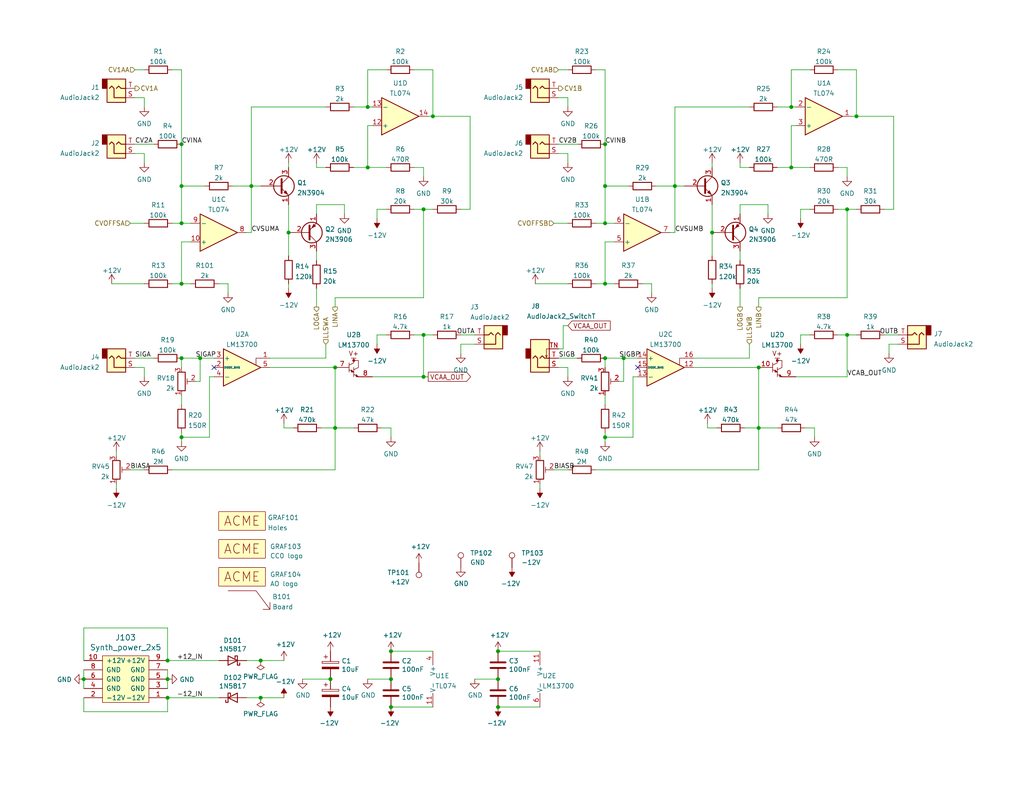
<source format=kicad_sch>
(kicad_sch (version 20230121) (generator eeschema)
  (paper "USLetter")
  (title_block (title "MFOS Dual log/lin VCA") (date "2021-12-19") (company "Rich Holmes / Analog Output") (comment 1 "or neighboring rights to this work. Published from United States.") (comment 2 "To the extent possible under law, Richard Holmes has waived all copyright and related ") (comment 3 "Circuit design by Ray Wilson"))
  (junction (at 100.33 45.72))
  (junction (at 135.89 185.42))
  (junction (at 68.58 50.8))
  (junction (at 106.68 177.8))
  (junction (at 231.14 91.44))
  (junction (at 184.15 50.8))
  (junction (at 91.44 116.84))
  (junction (at 71.12 190.5))
  (junction (at 231.14 57.15))
  (junction (at 71.12 180.34))
  (junction (at 233.68 31.75))
  (junction (at 106.68 185.42))
  (junction (at 115.57 91.44))
  (junction (at 100.33 29.21))
  (junction (at 49.53 39.37))
  (junction (at 165.1 39.37))
  (junction (at 49.53 97.79))
  (junction (at 165.1 119.38))
  (junction (at 49.53 60.96))
  (junction (at 22.86 185.42))
  (junction (at 165.1 77.47))
  (junction (at 49.53 77.47))
  (junction (at 54.61 97.79))
  (junction (at 135.89 193.04))
  (junction (at 118.11 31.75))
  (junction (at 115.57 102.87))
  (junction (at 78.74 63.5))
  (junction (at 49.53 119.38))
  (junction (at 215.9 29.21))
  (junction (at 91.44 100.33))
  (junction (at 115.57 57.15))
  (junction (at 165.1 50.8))
  (junction (at 207.01 116.84))
  (junction (at 90.17 185.42))
  (junction (at 45.72 190.5))
  (junction (at 135.89 177.8))
  (junction (at 165.1 97.79))
  (junction (at 194.31 63.5))
  (junction (at 170.18 97.79))
  (junction (at 165.1 60.96))
  (junction (at 215.9 45.72))
  (junction (at 49.53 50.8))
  (junction (at 106.68 193.04))
  (junction (at 45.72 185.42))
  (junction (at 45.72 180.34))
  (junction (at 207.01 100.33))
  (no_connect (at 58.42 100.33))
  (no_connect (at 173.99 100.33))
  (wire (pts (xy 162.56 60.96) (xy 165.1 60.96)))
  (wire (pts (xy 100.33 19.05) (xy 100.33 29.21)))
  (wire (pts (xy 193.04 116.84) (xy 195.58 116.84)))
  (wire (pts (xy 147.32 177.8) (xy 135.89 177.8)))
  (wire (pts (xy 153.67 88.9) (xy 153.67 95.25)))
  (wire (pts (xy 129.54 185.42) (xy 135.89 185.42)))
  (wire (pts (xy 231.14 57.15) (xy 233.68 57.15)))
  (wire (pts (xy 215.9 34.29) (xy 215.9 45.72)))
  (wire (pts (xy 231.14 102.87) (xy 217.17 102.87)))
  (wire (pts (xy 201.93 71.12) (xy 201.93 68.58)))
  (wire (pts (xy 49.53 120.65) (xy 49.53 119.38)))
  (wire (pts (xy 154.94 26.67) (xy 154.94 29.21)))
  (wire (pts (xy 73.66 97.79) (xy 88.9 97.79)))
  (wire (pts (xy 177.8 77.47) (xy 177.8 80.01)))
  (wire (pts (xy 154.94 100.33) (xy 154.94 102.87)))
  (wire (pts (xy 231.14 91.44) (xy 233.68 91.44)))
  (wire (pts (xy 36.83 41.91) (xy 39.37 41.91)))
  (wire (pts (xy 167.64 77.47) (xy 165.1 77.47)))
  (wire (pts (xy 207.01 81.28) (xy 231.14 81.28)))
  (wire (pts (xy 170.18 104.14) (xy 170.18 97.79)))
  (wire (pts (xy 105.41 19.05) (xy 100.33 19.05)))
  (wire (pts (xy 184.15 63.5) (xy 182.88 63.5)))
  (wire (pts (xy 231.14 81.28) (xy 231.14 57.15)))
  (wire (pts (xy 22.86 190.5) (xy 22.86 194.31)))
  (wire (pts (xy 68.58 50.8) (xy 68.58 63.5)))
  (wire (pts (xy 73.66 100.33) (xy 91.44 100.33)))
  (wire (pts (xy 152.4 19.05) (xy 154.94 19.05)))
  (wire (pts (xy 115.57 57.15) (xy 118.11 57.15)))
  (wire (pts (xy 78.74 69.85) (xy 78.74 63.5)))
  (wire (pts (xy 193.04 115.57) (xy 193.04 116.84)))
  (wire (pts (xy 115.57 81.28) (xy 115.57 57.15)))
  (wire (pts (xy 49.53 66.04) (xy 52.07 66.04)))
  (wire (pts (xy 125.73 93.98) (xy 125.73 96.52)))
  (wire (pts (xy 201.93 44.45) (xy 201.93 45.72)))
  (wire (pts (xy 113.03 19.05) (xy 118.11 19.05)))
  (wire (pts (xy 245.11 91.44) (xy 241.3 91.44)))
  (wire (pts (xy 59.69 77.47) (xy 62.23 77.47)))
  (wire (pts (xy 71.12 180.34) (xy 77.47 180.34)))
  (wire (pts (xy 115.57 91.44) (xy 118.11 91.44)))
  (wire (pts (xy 52.07 77.47) (xy 49.53 77.47)))
  (wire (pts (xy 201.93 45.72) (xy 204.47 45.72)))
  (wire (pts (xy 100.33 45.72) (xy 105.41 45.72)))
  (wire (pts (xy 46.99 128.27) (xy 91.44 128.27)))
  (wire (pts (xy 39.37 41.91) (xy 39.37 44.45)))
  (wire (pts (xy 222.25 116.84) (xy 222.25 119.38)))
  (wire (pts (xy 125.73 57.15) (xy 128.27 57.15)))
  (wire (pts (xy 219.71 116.84) (xy 222.25 116.84)))
  (wire (pts (xy 218.44 91.44) (xy 220.98 91.44)))
  (wire (pts (xy 151.13 128.27) (xy 154.94 128.27)))
  (wire (pts (xy 194.31 45.72) (xy 194.31 44.45)))
  (wire (pts (xy 242.57 93.98) (xy 242.57 96.52)))
  (wire (pts (xy 165.1 119.38) (xy 172.72 119.38)))
  (wire (pts (xy 218.44 91.44) (xy 218.44 93.98)))
  (wire (pts (xy 162.56 77.47) (xy 165.1 77.47)))
  (wire (pts (xy 115.57 102.87) (xy 115.57 91.44)))
  (wire (pts (xy 203.2 116.84) (xy 207.01 116.84)))
  (wire (pts (xy 232.41 31.75) (xy 233.68 31.75)))
  (wire (pts (xy 35.56 60.96) (xy 39.37 60.96)))
  (wire (pts (xy 45.72 190.5) (xy 59.69 190.5)))
  (wire (pts (xy 22.86 180.34) (xy 22.86 171.45)))
  (wire (pts (xy 71.12 50.8) (xy 68.58 50.8)))
  (wire (pts (xy 207.01 116.84) (xy 212.09 116.84)))
  (wire (pts (xy 171.45 50.8) (xy 165.1 50.8)))
  (wire (pts (xy 86.36 71.12) (xy 86.36 68.58)))
  (wire (pts (xy 228.6 19.05) (xy 233.68 19.05)))
  (wire (pts (xy 68.58 29.21) (xy 68.58 50.8)))
  (wire (pts (xy 78.74 63.5) (xy 78.74 55.88)))
  (wire (pts (xy 39.37 26.67) (xy 39.37 29.21)))
  (wire (pts (xy 104.14 116.84) (xy 106.68 116.84)))
  (wire (pts (xy 116.84 102.87) (xy 115.57 102.87)))
  (wire (pts (xy 62.23 77.47) (xy 62.23 80.01)))
  (wire (pts (xy 201.93 58.42) (xy 201.93 55.88)))
  (wire (pts (xy 165.1 39.37) (xy 165.1 50.8)))
  (wire (pts (xy 207.01 128.27) (xy 207.01 116.84)))
  (wire (pts (xy 231.14 102.87) (xy 231.14 91.44)))
  (wire (pts (xy 194.31 63.5) (xy 194.31 55.88)))
  (wire (pts (xy 87.63 116.84) (xy 91.44 116.84)))
  (wire (pts (xy 242.57 93.98) (xy 245.11 93.98)))
  (wire (pts (xy 49.53 60.96) (xy 52.07 60.96)))
  (wire (pts (xy 30.48 77.47) (xy 39.37 77.47)))
  (wire (pts (xy 151.13 60.96) (xy 154.94 60.96)))
  (wire (pts (xy 215.9 29.21) (xy 212.09 29.21)))
  (wire (pts (xy 88.9 97.79) (xy 88.9 93.98)))
  (wire (pts (xy 209.55 55.88) (xy 209.55 58.42)))
  (wire (pts (xy 218.44 59.69) (xy 218.44 57.15)))
  (wire (pts (xy 115.57 102.87) (xy 101.6 102.87)))
  (wire (pts (xy 165.1 120.65) (xy 165.1 119.38)))
  (wire (pts (xy 36.83 39.37) (xy 41.91 39.37)))
  (wire (pts (xy 36.83 100.33) (xy 39.37 100.33)))
  (wire (pts (xy 217.17 29.21) (xy 215.9 29.21)))
  (wire (pts (xy 184.15 29.21) (xy 184.15 50.8)))
  (wire (pts (xy 46.99 19.05) (xy 49.53 19.05)))
  (wire (pts (xy 35.56 128.27) (xy 39.37 128.27)))
  (wire (pts (xy 147.32 124.46) (xy 147.32 123.19)))
  (wire (pts (xy 147.32 133.35) (xy 147.32 132.08)))
  (wire (pts (xy 147.32 193.04) (xy 135.89 193.04)))
  (wire (pts (xy 57.15 119.38) (xy 57.15 102.87)))
  (wire (pts (xy 165.1 66.04) (xy 167.64 66.04)))
  (wire (pts (xy 165.1 119.38) (xy 165.1 118.11)))
  (wire (pts (xy 162.56 19.05) (xy 165.1 19.05)))
  (wire (pts (xy 194.31 78.74) (xy 194.31 77.47)))
  (wire (pts (xy 186.69 50.8) (xy 184.15 50.8)))
  (wire (pts (xy 165.1 100.33) (xy 165.1 97.79)))
  (wire (pts (xy 91.44 116.84) (xy 96.52 116.84)))
  (wire (pts (xy 45.72 182.88) (xy 45.72 185.42)))
  (wire (pts (xy 101.6 34.29) (xy 100.33 34.29)))
  (wire (pts (xy 49.53 50.8) (xy 49.53 60.96)))
  (wire (pts (xy 152.4 41.91) (xy 154.94 41.91)))
  (wire (pts (xy 71.12 190.5) (xy 77.47 190.5)))
  (wire (pts (xy 102.87 91.44) (xy 105.41 91.44)))
  (wire (pts (xy 36.83 19.05) (xy 39.37 19.05)))
  (wire (pts (xy 115.57 45.72) (xy 115.57 48.26)))
  (wire (pts (xy 231.14 45.72) (xy 231.14 48.26)))
  (wire (pts (xy 49.53 119.38) (xy 49.53 118.11)))
  (wire (pts (xy 93.98 55.88) (xy 93.98 58.42)))
  (wire (pts (xy 45.72 194.31) (xy 45.72 190.5)))
  (wire (pts (xy 91.44 128.27) (xy 91.44 116.84)))
  (wire (pts (xy 233.68 31.75) (xy 243.84 31.75)))
  (wire (pts (xy 154.94 88.9) (xy 153.67 88.9)))
  (wire (pts (xy 220.98 19.05) (xy 215.9 19.05)))
  (wire (pts (xy 165.1 97.79) (xy 170.18 97.79)))
  (wire (pts (xy 152.4 39.37) (xy 157.48 39.37)))
  (wire (pts (xy 113.03 45.72) (xy 115.57 45.72)))
  (wire (pts (xy 228.6 57.15) (xy 231.14 57.15)))
  (wire (pts (xy 165.1 77.47) (xy 165.1 66.04)))
  (wire (pts (xy 128.27 57.15) (xy 128.27 31.75)))
  (wire (pts (xy 125.73 93.98) (xy 129.54 93.98)))
  (wire (pts (xy 45.72 171.45) (xy 45.72 180.34)))
  (wire (pts (xy 78.74 45.72) (xy 78.74 44.45)))
  (wire (pts (xy 152.4 100.33) (xy 154.94 100.33)))
  (wire (pts (xy 53.34 104.14) (xy 54.61 104.14)))
  (wire (pts (xy 243.84 57.15) (xy 243.84 31.75)))
  (wire (pts (xy 102.87 91.44) (xy 102.87 93.98)))
  (wire (pts (xy 165.1 60.96) (xy 167.64 60.96)))
  (wire (pts (xy 113.03 91.44) (xy 115.57 91.44)))
  (wire (pts (xy 54.61 104.14) (xy 54.61 97.79)))
  (wire (pts (xy 189.23 97.79) (xy 204.47 97.79)))
  (wire (pts (xy 172.72 102.87) (xy 173.99 102.87)))
  (wire (pts (xy 118.11 177.8) (xy 106.68 177.8)))
  (wire (pts (xy 96.52 45.72) (xy 100.33 45.72)))
  (wire (pts (xy 82.55 185.42) (xy 90.17 185.42)))
  (wire (pts (xy 228.6 91.44) (xy 231.14 91.44)))
  (wire (pts (xy 45.72 185.42) (xy 45.72 187.96)))
  (wire (pts (xy 55.88 50.8) (xy 49.53 50.8)))
  (wire (pts (xy 49.53 97.79) (xy 54.61 97.79)))
  (wire (pts (xy 146.05 77.47) (xy 154.94 77.47)))
  (wire (pts (xy 241.3 57.15) (xy 243.84 57.15)))
  (wire (pts (xy 36.83 97.79) (xy 41.91 97.79)))
  (wire (pts (xy 204.47 97.79) (xy 204.47 93.98)))
  (wire (pts (xy 204.47 29.21) (xy 184.15 29.21)))
  (wire (pts (xy 63.5 50.8) (xy 68.58 50.8)))
  (wire (pts (xy 100.33 34.29) (xy 100.33 45.72)))
  (wire (pts (xy 165.1 19.05) (xy 165.1 39.37)))
  (wire (pts (xy 54.61 97.79) (xy 58.42 97.79)))
  (wire (pts (xy 168.91 104.14) (xy 170.18 104.14)))
  (wire (pts (xy 49.53 39.37) (xy 49.53 50.8)))
  (wire (pts (xy 31.75 124.46) (xy 31.75 123.19)))
  (wire (pts (xy 207.01 83.82) (xy 207.01 81.28)))
  (wire (pts (xy 86.36 83.82) (xy 86.36 78.74)))
  (wire (pts (xy 68.58 63.5) (xy 67.31 63.5)))
  (wire (pts (xy 78.74 78.74) (xy 78.74 77.47)))
  (wire (pts (xy 212.09 45.72) (xy 215.9 45.72)))
  (wire (pts (xy 77.47 115.57) (xy 77.47 116.84)))
  (wire (pts (xy 118.11 31.75) (xy 128.27 31.75)))
  (wire (pts (xy 49.53 119.38) (xy 57.15 119.38)))
  (wire (pts (xy 129.54 91.44) (xy 125.73 91.44)))
  (wire (pts (xy 67.31 190.5) (xy 71.12 190.5)))
  (wire (pts (xy 91.44 81.28) (xy 115.57 81.28)))
  (wire (pts (xy 228.6 45.72) (xy 231.14 45.72)))
  (wire (pts (xy 217.17 34.29) (xy 215.9 34.29)))
  (wire (pts (xy 233.68 19.05) (xy 233.68 31.75)))
  (wire (pts (xy 100.33 185.42) (xy 106.68 185.42)))
  (wire (pts (xy 207.01 100.33) (xy 207.01 116.84)))
  (wire (pts (xy 49.53 19.05) (xy 49.53 39.37)))
  (wire (pts (xy 184.15 50.8) (xy 184.15 63.5)))
  (wire (pts (xy 102.87 59.69) (xy 102.87 57.15)))
  (wire (pts (xy 175.26 77.47) (xy 177.8 77.47)))
  (wire (pts (xy 49.53 77.47) (xy 49.53 66.04)))
  (wire (pts (xy 45.72 180.34) (xy 59.69 180.34)))
  (wire (pts (xy 106.68 116.84) (xy 106.68 119.38)))
  (wire (pts (xy 118.11 193.04) (xy 106.68 193.04)))
  (wire (pts (xy 172.72 119.38) (xy 172.72 102.87)))
  (wire (pts (xy 46.99 77.47) (xy 49.53 77.47)))
  (wire (pts (xy 194.31 69.85) (xy 194.31 63.5)))
  (wire (pts (xy 86.36 55.88) (xy 93.98 55.88)))
  (wire (pts (xy 179.07 50.8) (xy 184.15 50.8)))
  (wire (pts (xy 152.4 26.67) (xy 154.94 26.67)))
  (wire (pts (xy 116.84 31.75) (xy 118.11 31.75)))
  (wire (pts (xy 189.23 100.33) (xy 207.01 100.33)))
  (wire (pts (xy 46.99 60.96) (xy 49.53 60.96)))
  (wire (pts (xy 100.33 29.21) (xy 96.52 29.21)))
  (wire (pts (xy 201.93 55.88) (xy 209.55 55.88)))
  (wire (pts (xy 170.18 97.79) (xy 173.99 97.79)))
  (wire (pts (xy 91.44 100.33) (xy 91.44 116.84)))
  (wire (pts (xy 77.47 116.84) (xy 80.01 116.84)))
  (wire (pts (xy 101.6 29.21) (xy 100.33 29.21)))
  (wire (pts (xy 165.1 110.49) (xy 165.1 107.95)))
  (wire (pts (xy 113.03 57.15) (xy 115.57 57.15)))
  (wire (pts (xy 165.1 50.8) (xy 165.1 60.96)))
  (wire (pts (xy 39.37 100.33) (xy 39.37 102.87)))
  (wire (pts (xy 152.4 97.79) (xy 157.48 97.79)))
  (wire (pts (xy 86.36 45.72) (xy 88.9 45.72)))
  (wire (pts (xy 215.9 45.72) (xy 220.98 45.72)))
  (wire (pts (xy 102.87 57.15) (xy 105.41 57.15)))
  (wire (pts (xy 218.44 57.15) (xy 220.98 57.15)))
  (wire (pts (xy 215.9 19.05) (xy 215.9 29.21)))
  (wire (pts (xy 57.15 102.87) (xy 58.42 102.87)))
  (wire (pts (xy 162.56 128.27) (xy 207.01 128.27)))
  (wire (pts (xy 22.86 171.45) (xy 45.72 171.45)))
  (wire (pts (xy 91.44 83.82) (xy 91.44 81.28)))
  (wire (pts (xy 86.36 44.45) (xy 86.36 45.72)))
  (wire (pts (xy 49.53 110.49) (xy 49.53 107.95)))
  (wire (pts (xy 201.93 83.82) (xy 201.93 78.74)))
  (wire (pts (xy 22.86 185.42) (xy 22.86 187.96)))
  (wire (pts (xy 86.36 58.42) (xy 86.36 55.88)))
  (wire (pts (xy 154.94 41.91) (xy 154.94 44.45)))
  (wire (pts (xy 67.31 180.34) (xy 71.12 180.34)))
  (wire (pts (xy 49.53 100.33) (xy 49.53 97.79)))
  (wire (pts (xy 31.75 133.35) (xy 31.75 132.08)))
  (wire (pts (xy 36.83 26.67) (xy 39.37 26.67)))
  (wire (pts (xy 22.86 182.88) (xy 22.86 185.42)))
  (wire (pts (xy 22.86 194.31) (xy 45.72 194.31)))
  (wire (pts (xy 88.9 29.21) (xy 68.58 29.21)))
  (wire (pts (xy 153.67 95.25) (xy 152.4 95.25)))
  (wire (pts (xy 118.11 19.05) (xy 118.11 31.75)))
  (label "CVINA" (at 49.53 39.37 0))
  (label "CV2A" (at 36.83 39.37 0))
  (label "OUTA" (at 129.54 91.44 180))
  (label "+12_IN" (at 48.26 180.34 0))
  (label "CVSUMA" (at 68.58 63.5 0))
  (label "CVINB" (at 165.1 39.37 0))
  (label "CVSUMB" (at 184.15 63.5 0))
  (label "CV2B" (at 152.4 39.37 0))
  (label "OUTB" (at 245.11 91.44 180))
  (label "VCAB_OUT" (at 231.14 102.87 0))
  (label "BIASB" (at 151.13 128.27 0))
  (label "BIASA" (at 35.56 128.27 0))
  (label "SIGBP" (at 168.91 97.79 0))
  (label "-12_IN" (at 48.26 190.5 0))
  (label "SIGB" (at 152.4 97.79 0))
  (label "SIGA" (at 36.83 97.79 0))
  (label "SIGAP" (at 53.34 97.79 0))
  (global_label "VCAA_OUT" (shape output) (at 116.84 102.87 0) (property "Intersheetrefs" "${INTERSHEET_REFS}" (effects hide)))
  (global_label "VCAA_OUT" (shape input) (at 154.94 88.9 0) (property "Intersheetrefs" "${INTERSHEET_REFS}" (effects hide)))
  (hierarchical_label "LLSWB" (shape input) (at 204.47 93.98 90))
  (hierarchical_label "LOGB" (shape output) (at 201.93 83.82 270))
  (hierarchical_label "CV1AA" (shape input) (at 36.83 19.05 180))
  (hierarchical_label "LLSWA" (shape input) (at 88.9 93.98 90))
  (hierarchical_label "LINA" (shape output) (at 91.44 83.82 270))
  (hierarchical_label "LINB" (shape output) (at 207.01 83.82 270))
  (hierarchical_label "CVOFFSB" (shape input) (at 151.13 60.96 180))
  (hierarchical_label "CV1A" (shape output) (at 36.83 24.13 0))
  (hierarchical_label "LOGA" (shape output) (at 86.36 83.82 270))
  (hierarchical_label "CV1AB" (shape input) (at 152.4 19.05 180))
  (hierarchical_label "CVOFFSA" (shape input) (at 35.56 60.96 180))
  (hierarchical_label "CV1B" (shape output) (at 152.4 24.13 0))
  (symbol (lib_id "AO_symbols:R") (at 224.79 45.72 90) (unit 1)
    (property "Reference" "R28" (at 224.79 40.7375 90))
    (property "Value" "470R" (at 224.79 43.5126 90))
    (property "Footprint" "AO_tht:R_Axial_DIN0207_L6.3mm_D2.5mm_P10.16mm_Horizontal" (effects hide))
    (property "Vendor" "Tayda" (effects hide))
  )
  (symbol (lib_id "power:GND") (at 129.54 185.42 0) (unit 1)
    (property "Reference" "#PWR0152" (effects hide))
    (property "Value" "GND" (at 129.667 189.8142 0))
  )
  (symbol (lib_id "AO_symbols:CP") (at 90.17 189.23 0) (unit 1)
    (property "Reference" "C4" (at 93.1672 188.0616 0) (effects (justify left)))
    (property "Value" "10uF" (at 93.1672 190.373 0) (effects (justify left)))
    (property "Footprint" "AO_tht:CP_Radial_D6.3mm_P2.50mm" (effects hide))
    (property "Vendor" "Tayda" (effects hide))
    (property "SKU" "A-4349" (effects hide))
  )
  (symbol (lib_id "AO_symbols:TestPoint") (at 114.3 153.67 0) (mirror x) (unit 1) (in_bom no)
    (property "Reference" "TP101" (at 111.76 156.337 0) (effects (justify right)))
    (property "Value" "+12V" (at 111.76 158.877 0) (effects (justify right)))
    (property "Footprint" "AO_tht:TestPoint_THTPad_D1.5mm_Drill0.7mm" (effects hide))
    (property "Config" "DNF" (effects hide))
    (instances (project "dualvca" (path "" (reference "TP101") (unit 1))) (project "otherstuff" (path "" (reference "TP7") (unit 1))))
  )
  (symbol (lib_id "AO_symbols:R") (at 59.69 50.8 90) (unit 1)
    (property "Reference" "R7" (at 59.69 45.8175 90))
    (property "Value" "2k" (at 59.69 48.5926 90))
    (property "Footprint" "AO_tht:R_Axial_DIN0207_L6.3mm_D2.5mm_P10.16mm_Horizontal" (effects hide))
    (property "Vendor" "Tayda" (effects hide))
  )
  (symbol (lib_id "AO_symbols:R") (at 43.18 77.47 90) (unit 1)
    (property "Reference" "R13" (at 43.18 72.4875 90))
    (property "Value" "100k" (at 43.18 75.2626 90))
    (property "Footprint" "AO_tht:R_Axial_DIN0207_L6.3mm_D2.5mm_P10.16mm_Horizontal" (effects hide))
    (property "Vendor" "Tayda" (effects hide))
  )
  (symbol (lib_id "AO_symbols:AudioJack2") (at 134.62 91.44 180) (unit 1)
    (property "Reference" "J3" (at 128.27 83.82 0) (effects (justify right)))
    (property "Value" "AudioJack2" (at 128.27 86.5951 0) (effects (justify right)))
    (property "Footprint" "AO_tht:Jack_6.35mm_PJ_629HAN_slots" (effects hide))
    (property "Vendor" "Tayda" (effects hide))
    (property "SKU" "A-1121" (effects hide))
  )
  (symbol (lib_id "power:GND") (at 209.55 58.42 0) (unit 1)
    (property "Reference" "#PWR0122" (effects hide))
    (property "Value" "GND" (at 209.55 62.9825 0))
  )
  (symbol (lib_id "power:GND") (at 125.73 154.94 0) (unit 1)
    (property "Reference" "#PWR023" (effects hide))
    (property "Value" "GND" (at 125.857 159.3342 0))
  )
  (symbol (lib_id "AO_symbols:TestPoint") (at 139.7 154.94 0) (unit 1) (in_bom no)
    (property "Reference" "TP103" (at 142.24 151.003 0) (effects (justify left)))
    (property "Value" "-12V" (at 142.24 153.543 0) (effects (justify left)))
    (property "Footprint" "AO_tht:TestPoint_THTPad_D1.5mm_Drill0.7mm" (effects hide))
    (property "Config" "DNF" (effects hide))
    (instances (project "dualvca" (path "" (reference "TP103") (unit 1))) (project "otherstuff" (path "" (reference "TP9") (unit 1))))
  )
  (symbol (lib_id "power:GND") (at 154.94 44.45 0) (unit 1)
    (property "Reference" "#PWR0116" (effects hide))
    (property "Value" "GND" (at 154.94 49.0125 0))
  )
  (symbol (lib_id "AO_symbols:TL074") (at 109.22 31.75 0) (mirror x) (unit 4)
    (property "Reference" "U1" (at 109.22 22.7035 0))
    (property "Value" "TL074" (at 109.22 25.4786 0))
    (property "Footprint" "AO_tht:DIP-14_W7.62mm_Socket_LongPads" (effects hide))
    (property "Vendor" "Tayda" (effects hide))
    (property "SKU" "A-1138" (effects hide))
  )
  (symbol (lib_id "AO_symbols:AudioJack2_SwitchT") (at 147.32 97.79 0) (mirror x) (unit 1)
    (property "Reference" "J8" (at 147.32 83.5849 0) (effects (justify right)))
    (property "Value" "AudioJack2_SwitchT" (at 162.56 86.36 0) (effects (justify right)))
    (property "Footprint" "AO_tht:Jack_6.35mm_PJ_629HAN_slots" (effects hide))
    (property "Vendor" "Tayda" (effects hide))
    (property "SKU" "A-1121" (effects hide))
  )
  (symbol (lib_id "AO_symbols:R") (at 158.75 60.96 90) (unit 1)
    (property "Reference" "R33" (at 158.75 55.9775 90))
    (property "Value" "100k" (at 158.75 58.7526 90))
    (property "Footprint" "AO_tht:R_Axial_DIN0207_L6.3mm_D2.5mm_P10.16mm_Horizontal" (effects hide))
    (property "Vendor" "Tayda" (effects hide))
  )
  (symbol (lib_id "AO_symbols:R") (at 83.82 116.84 90) (unit 1)
    (property "Reference" "R21" (at 83.82 111.8575 90))
    (property "Value" "470k" (at 83.82 114.6326 90))
    (property "Footprint" "AO_tht:R_Axial_DIN0207_L6.3mm_D2.5mm_P10.16mm_Horizontal" (effects hide))
    (property "Vendor" "Tayda" (effects hide))
  )
  (symbol (lib_id "AO_symbols:TL074") (at 224.79 31.75 0) (mirror x) (unit 1)
    (property "Reference" "U1" (at 224.79 22.7035 0))
    (property "Value" "TL074" (at 224.79 25.4786 0))
    (property "Footprint" "AO_tht:DIP-14_W7.62mm_Socket_LongPads" (effects hide))
    (property "Vendor" "Tayda" (effects hide))
    (property "SKU" "A-1138" (effects hide))
  )
  (symbol (lib_id "AO_symbols:Graphic") (at 66.04 142.24 0) (unit 1)
    (property "Reference" "GRAF101" (at 73.025 141.3315 0) (effects (justify left)))
    (property "Value" "Holes" (at 73.025 144.1066 0) (effects (justify left)))
    (property "Footprint" "mfos_vca-panel:mfos_vca_panel_100_holes" (effects hide))
    (property "Config" "DNF" (effects hide))
  )
  (symbol (lib_id "power:GND") (at 93.98 58.42 0) (unit 1)
    (property "Reference" "#PWR0121" (effects hide))
    (property "Value" "GND" (at 93.98 62.9825 0))
  )
  (symbol (lib_id "power:PWR_FLAG") (at 71.12 190.5 0) (mirror x) (unit 1)
    (property "Reference" "#FLG0102" (effects hide))
    (property "Value" "PWR_FLAG" (at 71.12 194.8942 0))
  )
  (symbol (lib_id "AO_symbols:R_POT_TRIM_3296W") (at 147.32 128.27 0) (mirror x) (unit 1)
    (property "Reference" "RV47" (at 145.542 127.3615 0) (effects (justify right)))
    (property "Value" "2k" (at 145.542 130.1366 0) (effects (justify right)))
    (property "Footprint" "AO_tht:Potentiometer_Bourns_3296W_Vertical_standard" (effects hide))
    (property "Vendor" "Tayda" (effects hide))
  )
  (symbol (lib_id "AO_symbols:C") (at 135.89 189.23 0) (unit 1)
    (property "Reference" "C6" (at 138.811 188.0616 0) (effects (justify left)))
    (property "Value" "100nF" (at 138.811 190.373 0) (effects (justify left)))
    (property "Footprint" "AO_tht:C_Disc_D3.0mm_W1.6mm_P2.50mm" (effects hide))
    (property "Vendor" "Tayda" (effects hide))
    (property "SKU" "A-553" (effects hide))
  )
  (symbol (lib_id "AO_symbols:R") (at 194.31 73.66 0) (unit 1)
    (property "Reference" "R34" (at 196.088 72.7515 0) (effects (justify left)))
    (property "Value" "120k" (at 196.088 75.5266 0) (effects (justify left)))
    (property "Footprint" "AO_tht:R_Axial_DIN0207_L6.3mm_D2.5mm_P10.16mm_Horizontal" (effects hide))
    (property "Vendor" "Tayda" (effects hide))
  )
  (symbol (lib_id "AO_symbols:1N5817") (at 63.5 190.5 0) (mirror x) (unit 1)
    (property "Reference" "D102" (at 63.5 185.0136 0))
    (property "Value" "1N5817" (at 63.5 187.325 0))
    (property "Footprint" "AO_tht:D_DO-41_SOD81_P10.16mm_Horizontal" (effects hide))
    (property "Vendor" "Tayda" (effects hide))
    (property "SKU" "A-159" (effects hide))
  )
  (symbol (lib_id "AO_symbols:R") (at 158.75 128.27 90) (unit 1)
    (property "Reference" "R48" (at 158.75 123.2875 90))
    (property "Value" "2M" (at 158.75 126.0626 90))
    (property "Footprint" "AO_tht:R_Axial_DIN0207_L6.3mm_D2.5mm_P10.16mm_Horizontal" (effects hide))
    (property "Vendor" "Tayda" (effects hide))
  )
  (symbol (lib_id "power:+12V") (at 77.47 180.34 0) (unit 1)
    (property "Reference" "#PWR0105" (effects hide))
    (property "Value" "+12V" (at 77.851 175.9458 0))
  )
  (symbol (lib_id "AO_symbols:R") (at 109.22 19.05 90) (unit 1)
    (property "Reference" "R2" (at 109.22 14.0675 90))
    (property "Value" "100k" (at 109.22 16.8426 90))
    (property "Footprint" "AO_tht:R_Axial_DIN0207_L6.3mm_D2.5mm_P10.16mm_Horizontal" (effects hide))
    (property "Vendor" "Tayda" (effects hide))
  )
  (symbol (lib_id "AO_symbols:LM13700") (at 66.04 100.33 0) (mirror x) (unit 1)
    (property "Reference" "U2" (at 66.04 91.2835 0))
    (property "Value" "LM13700" (at 66.04 94.0586 0))
    (property "Footprint" "AO_tht:DIP-16_W7.62mm_Socket_LongPads" (effects hide))
    (property "Vendor" "Tayda" (effects hide))
    (property "SKU" "A-900" (effects hide))
  )
  (symbol (lib_id "power:GND") (at 125.73 96.52 0) (mirror y) (unit 1)
    (property "Reference" "#PWR0133" (effects hide))
    (property "Value" "GND" (at 125.73 101.0825 0))
  )
  (symbol (lib_id "power:-12V") (at 102.87 93.98 0) (mirror x) (unit 1)
    (property "Reference" "#PWR0131" (effects hide))
    (property "Value" "-12V" (at 102.87 98.5425 0))
  )
  (symbol (lib_id "power:+12V") (at 146.05 77.47 0) (unit 1)
    (property "Reference" "#PWR0126" (effects hide))
    (property "Value" "+12V" (at 146.05 73.8655 0))
  )
  (symbol (lib_id "AO_symbols:LM13700") (at 214.63 100.33 0) (unit 4)
    (property "Reference" "U2" (at 212.09 91.4199 0))
    (property "Value" "LM13700" (at 212.09 94.195 0))
    (property "Footprint" "AO_tht:DIP-16_W7.62mm_Socket_LongPads" (effects hide))
    (property "Vendor" "Tayda" (effects hide))
    (property "SKU" "A-900" (effects hide))
  )
  (symbol (lib_id "AO_symbols:R") (at 161.29 39.37 90) (unit 1)
    (property "Reference" "R26" (at 161.29 34.3875 90))
    (property "Value" "100k" (at 161.29 37.1626 90))
    (property "Footprint" "AO_tht:R_Axial_DIN0207_L6.3mm_D2.5mm_P10.16mm_Horizontal" (effects hide))
    (property "Vendor" "Tayda" (effects hide))
  )
  (symbol (lib_id "AO_symbols:LM13700") (at 99.06 100.33 0) (unit 2)
    (property "Reference" "U2" (at 96.52 91.4199 0))
    (property "Value" "LM13700" (at 96.52 94.195 0))
    (property "Footprint" "AO_tht:DIP-16_W7.62mm_Socket_LongPads" (effects hide))
    (property "Vendor" "Tayda" (effects hide))
    (property "SKU" "A-900" (effects hide))
  )
  (symbol (lib_id "AO_symbols:R") (at 43.18 19.05 90) (unit 1)
    (property "Reference" "R1" (at 43.18 14.0675 90))
    (property "Value" "100k" (at 43.18 16.8426 90))
    (property "Footprint" "AO_tht:R_Axial_DIN0207_L6.3mm_D2.5mm_P10.16mm_Horizontal" (effects hide))
    (property "Vendor" "Tayda" (effects hide))
  )
  (symbol (lib_id "AO_symbols:R_POT_TRIM_3296W") (at 31.75 128.27 0) (mirror x) (unit 1)
    (property "Reference" "RV45" (at 29.972 127.3615 0) (effects (justify right)))
    (property "Value" "2k" (at 29.972 130.1366 0) (effects (justify right)))
    (property "Footprint" "AO_tht:Potentiometer_Bourns_3296W_Vertical_standard" (effects hide))
    (property "Vendor" "Tayda" (effects hide))
  )
  (symbol (lib_id "AO_symbols:R") (at 45.72 97.79 90) (unit 1)
    (property "Reference" "R19" (at 45.72 92.8075 90))
    (property "Value" "100k" (at 45.72 95.5826 90))
    (property "Footprint" "AO_tht:R_Axial_DIN0207_L6.3mm_D2.5mm_P10.16mm_Horizontal" (effects hide))
    (property "Vendor" "Tayda" (effects hide))
  )
  (symbol (lib_id "AO_symbols:AudioJack2") (at 31.75 24.13 0) (mirror x) (unit 1)
    (property "Reference" "J1" (at 27.1781 23.8565 0) (effects (justify right)))
    (property "Value" "AudioJack2" (at 27.1781 26.6316 0) (effects (justify right)))
    (property "Footprint" "AO_tht:Jack_6.35mm_PJ_629HAN_slots" (effects hide))
    (property "Vendor" "Tayda" (effects hide))
    (property "SKU" "A-1121" (effects hide))
  )
  (symbol (lib_id "power:-12V") (at 147.32 133.35 0) (mirror x) (unit 1)
    (property "Reference" "#PWR0150" (effects hide))
    (property "Value" "-12V" (at 147.32 137.9125 0))
  )
  (symbol (lib_id "power:GND") (at 45.72 185.42 90) (mirror x) (unit 1)
    (property "Reference" "#PWR0104" (effects hide))
    (property "Value" "GND" (at 48.9712 185.547 90) (effects (justify right)))
  )
  (symbol (lib_id "power:GND") (at 39.37 29.21 0) (unit 1)
    (property "Reference" "#PWR0111" (effects hide))
    (property "Value" "GND" (at 39.37 33.7725 0))
  )
  (symbol (lib_id "power:GND") (at 100.33 185.42 0) (unit 1)
    (property "Reference" "#PWR0102" (effects hide))
    (property "Value" "GND" (at 100.457 189.8142 0))
  )
  (symbol (lib_id "AO_symbols:R") (at 49.53 114.3 0) (unit 1)
    (property "Reference" "R20" (at 51.308 113.3915 0) (effects (justify left)))
    (property "Value" "150R" (at 51.308 116.1666 0) (effects (justify left)))
    (property "Footprint" "AO_tht:R_Axial_DIN0207_L6.3mm_D2.5mm_P10.16mm_Horizontal" (effects hide))
    (property "Vendor" "Tayda" (effects hide))
  )
  (symbol (lib_id "power:+12V") (at 78.74 44.45 0) (unit 1)
    (property "Reference" "#PWR0114" (effects hide))
    (property "Value" "+12V" (at 78.74 40.8455 0))
  )
  (symbol (lib_id "power:+12V") (at 77.47 115.57 0) (unit 1)
    (property "Reference" "#PWR0137" (effects hide))
    (property "Value" "+12V" (at 77.47 111.9655 0))
  )
  (symbol (lib_id "AO_symbols:R") (at 175.26 50.8 90) (unit 1)
    (property "Reference" "R29" (at 175.26 45.8175 90))
    (property "Value" "2k" (at 175.26 48.5926 90))
    (property "Footprint" "AO_tht:R_Axial_DIN0207_L6.3mm_D2.5mm_P10.16mm_Horizontal" (effects hide))
    (property "Vendor" "Tayda" (effects hide))
  )
  (symbol (lib_id "power:+12V") (at 193.04 115.57 0) (unit 1)
    (property "Reference" "#PWR0138" (effects hide))
    (property "Value" "+12V" (at 193.04 111.9655 0))
  )
  (symbol (lib_id "AO_symbols:TestPoint") (at 125.73 154.94 0) (unit 1) (in_bom no)
    (property "Reference" "TP102" (at 128.27 151.003 0) (effects (justify left)))
    (property "Value" "GND" (at 128.27 153.543 0) (effects (justify left)))
    (property "Footprint" "AO_tht:TestPoint_THTPad_D1.5mm_Drill0.7mm" (effects hide))
    (property "Config" "DNF" (effects hide))
    (instances (project "dualvca" (path "" (reference "TP102") (unit 1))) (project "otherstuff" (path "" (reference "TP8") (unit 1))))
  )
  (symbol (lib_id "power:GND") (at 177.8 80.01 0) (unit 1)
    (property "Reference" "#PWR0130" (effects hide))
    (property "Value" "GND" (at 177.8 84.5725 0))
  )
  (symbol (lib_id "power:GND") (at 62.23 80.01 0) (unit 1)
    (property "Reference" "#PWR0129" (effects hide))
    (property "Value" "GND" (at 62.23 84.5725 0))
  )
  (symbol (lib_id "power:-12V") (at 135.89 193.04 180) (unit 1)
    (property "Reference" "#PWR0153" (effects hide))
    (property "Value" "-12V" (at 135.509 197.4342 0))
  )
  (symbol (lib_id "AO_symbols:R") (at 92.71 29.21 90) (unit 1)
    (property "Reference" "R3" (at 92.71 24.2275 90))
    (property "Value" "2k" (at 92.71 27.0026 90))
    (property "Footprint" "AO_tht:R_Axial_DIN0207_L6.3mm_D2.5mm_P10.16mm_Horizontal" (effects hide))
    (property "Vendor" "Tayda" (effects hide))
  )
  (symbol (lib_id "power:GND") (at 165.1 120.65 0) (unit 1)
    (property "Reference" "#PWR0142" (effects hide))
    (property "Value" "GND" (at 165.1 125.2125 0))
  )
  (symbol (lib_id "AO_symbols:R_POT_TRIM_3296W") (at 49.53 104.14 0) (mirror x) (unit 1)
    (property "Reference" "RV18" (at 47.752 103.2315 0) (effects (justify right)))
    (property "Value" "2k" (at 47.752 106.0066 0) (effects (justify right)))
    (property "Footprint" "AO_tht:Potentiometer_Bourns_3296W_Vertical_standard" (effects hide))
    (property "Vendor" "Tayda" (effects hide))
  )
  (symbol (lib_id "AO_symbols:R") (at 158.75 77.47 90) (unit 1)
    (property "Reference" "R36" (at 158.75 72.4875 90))
    (property "Value" "100k" (at 158.75 75.2626 90))
    (property "Footprint" "AO_tht:R_Axial_DIN0207_L6.3mm_D2.5mm_P10.16mm_Horizontal" (effects hide))
    (property "Vendor" "Tayda" (effects hide))
  )
  (symbol (lib_id "AO_symbols:R") (at 208.28 45.72 90) (unit 1)
    (property "Reference" "R27" (at 208.28 40.7375 90))
    (property "Value" "100k" (at 208.28 43.5126 90))
    (property "Footprint" "AO_tht:R_Axial_DIN0207_L6.3mm_D2.5mm_P10.16mm_Horizontal" (effects hide))
    (property "Vendor" "Tayda" (effects hide))
  )
  (symbol (lib_id "AO_symbols:2N3904") (at 191.77 50.8 0) (unit 1)
    (property "Reference" "Q3" (at 196.6214 49.8915 0) (effects (justify left)))
    (property "Value" "2N3904" (at 196.6214 52.6666 0) (effects (justify left)))
    (property "Footprint" "AO_tht:TO-92_Inline_Wide" (effects hide))
    (property "Vendor" "Tayda" (effects hide))
    (property "SKU" "A-111" (effects hide))
  )
  (symbol (lib_id "power:+12V") (at 90.17 177.8 0) (unit 1)
    (property "Reference" "#PWR0106" (effects hide))
    (property "Value" "+12V" (at 90.551 173.4058 0))
  )
  (symbol (lib_id "AO_symbols:R") (at 100.33 116.84 90) (unit 1)
    (property "Reference" "R22" (at 100.33 111.8575 90))
    (property "Value" "47k" (at 100.33 114.6326 90))
    (property "Footprint" "AO_tht:R_Axial_DIN0207_L6.3mm_D2.5mm_P10.16mm_Horizontal" (effects hide))
    (property "Vendor" "Tayda" (effects hide))
  )
  (symbol (lib_id "power:-12V") (at 78.74 78.74 0) (mirror x) (unit 1)
    (property "Reference" "#PWR0127" (effects hide))
    (property "Value" "-12V" (at 78.74 83.3025 0))
  )
  (symbol (lib_id "power:+12V") (at 201.93 44.45 0) (unit 1)
    (property "Reference" "#PWR0118" (effects hide))
    (property "Value" "+12V" (at 201.93 40.8455 0))
  )
  (symbol (lib_id "AO_symbols:TL074") (at 120.65 185.42 0) (unit 5)
    (property "Reference" "U1" (at 118.745 184.5115 0) (effects (justify left)))
    (property "Value" "TL074" (at 118.745 187.2866 0) (effects (justify left)))
    (property "Footprint" "AO_tht:DIP-14_W7.62mm_Socket_LongPads" (effects hide))
    (property "Vendor" "Tayda" (effects hide))
    (property "SKU" "A-1138" (effects hide))
  )
  (symbol (lib_id "AO_symbols:Synth_power_2x5") (at 34.29 185.42 0) (unit 1)
    (property "Reference" "J103" (at 34.29 174.0662 0) (effects (font (size 1.524 1.524))))
    (property "Value" "Synth_power_2x5" (at 34.29 176.7586 0) (effects (font (size 1.524 1.524))))
    (property "Footprint" "AO_tht:Power_Header" (effects hide))
    (property "Vendor" "Tayda" (effects hide))
    (property "SKU" "A-2939" (effects hide))
  )
  (symbol (lib_id "AO_symbols:R") (at 208.28 29.21 90) (unit 1)
    (property "Reference" "R25" (at 208.28 24.2275 90))
    (property "Value" "2k" (at 208.28 27.0026 90))
    (property "Footprint" "AO_tht:R_Axial_DIN0207_L6.3mm_D2.5mm_P10.16mm_Horizontal" (effects hide))
    (property "Vendor" "Tayda" (effects hide))
  )
  (symbol (lib_id "AO_symbols:2N3906") (at 199.39 63.5 0) (mirror x) (unit 1)
    (property "Reference" "Q4" (at 204.2414 62.5915 0) (effects (justify left)))
    (property "Value" "2N3906" (at 204.2414 65.3666 0) (effects (justify left)))
    (property "Footprint" "AO_tht:TO-92_Inline_Wide" (effects hide))
    (property "Datasheet" "https://www.onsemi.com/pub/Collateral/2N3906-D.PDF" (effects hide))
    (property "Vendor" "Tayda" (effects hide))
    (property "SKU" "A-117" (effects hide))
  )
  (symbol (lib_id "AO_symbols:AudioJack2") (at 147.32 24.13 0) (mirror x) (unit 1)
    (property "Reference" "J5" (at 142.7481 23.8565 0) (effects (justify right)))
    (property "Value" "AudioJack2" (at 142.7481 26.6316 0) (effects (justify right)))
    (property "Footprint" "AO_tht:Jack_6.35mm_PJ_629HAN_slots" (effects hide))
    (property "Vendor" "Tayda" (effects hide))
    (property "SKU" "A-1121" (effects hide))
  )
  (symbol (lib_id "AO_symbols:R") (at 215.9 116.84 90) (unit 1)
    (property "Reference" "R44" (at 215.9 111.8575 90))
    (property "Value" "47k" (at 215.9 114.6326 90))
    (property "Footprint" "AO_tht:R_Axial_DIN0207_L6.3mm_D2.5mm_P10.16mm_Horizontal" (effects hide))
    (property "Vendor" "Tayda" (effects hide))
  )
  (symbol (lib_id "AO_symbols:R") (at 165.1 114.3 0) (unit 1)
    (property "Reference" "R42" (at 166.878 113.3915 0) (effects (justify left)))
    (property "Value" "150R" (at 166.878 116.1666 0) (effects (justify left)))
    (property "Footprint" "AO_tht:R_Axial_DIN0207_L6.3mm_D2.5mm_P10.16mm_Horizontal" (effects hide))
    (property "Vendor" "Tayda" (effects hide))
  )
  (symbol (lib_id "AO_symbols:R_POT_TRIM_3296W") (at 165.1 104.14 0) (mirror x) (unit 1)
    (property "Reference" "RV41" (at 163.322 103.2315 0) (effects (justify right)))
    (property "Value" "2k" (at 163.322 106.0066 0) (effects (justify right)))
    (property "Footprint" "AO_tht:Potentiometer_Bourns_3296W_Vertical_standard" (effects hide))
    (property "Vendor" "Tayda" (effects hide))
  )
  (symbol (lib_id "AO_symbols:R") (at 161.29 97.79 90) (unit 1)
    (property "Reference" "R40" (at 161.29 92.8075 90))
    (property "Value" "100k" (at 161.29 95.5826 90))
    (property "Footprint" "AO_tht:R_Axial_DIN0207_L6.3mm_D2.5mm_P10.16mm_Horizontal" (effects hide))
    (property "Vendor" "Tayda" (effects hide))
  )
  (symbol (lib_id "power:GND") (at 154.94 29.21 0) (unit 1)
    (property "Reference" "#PWR0112" (effects hide))
    (property "Value" "GND" (at 154.94 33.7725 0))
  )
  (symbol (lib_id "power:+12V") (at 114.3 153.67 0) (unit 1)
    (property "Reference" "#PWR022" (effects hide))
    (property "Value" "+12V" (at 114.681 149.2758 0))
  )
  (symbol (lib_id "AO_symbols:AudioJack2") (at 147.32 39.37 0) (mirror x) (unit 1)
    (property "Reference" "J6" (at 142.7481 39.0965 0) (effects (justify right)))
    (property "Value" "AudioJack2" (at 142.7481 41.8716 0) (effects (justify right)))
    (property "Footprint" "AO_tht:Jack_6.35mm_PJ_629HAN_slots" (effects hide))
    (property "Vendor" "Tayda" (effects hide))
    (property "SKU" "A-1121" (effects hide))
  )
  (symbol (lib_id "AO_symbols:TL074") (at 59.69 63.5 0) (mirror x) (unit 3)
    (property "Reference" "U1" (at 59.69 54.4535 0))
    (property "Value" "TL074" (at 59.69 57.2286 0))
    (property "Footprint" "AO_tht:DIP-14_W7.62mm_Socket_LongPads" (effects hide))
    (property "Vendor" "Tayda" (effects hide))
    (property "SKU" "A-1138" (effects hide))
  )
  (symbol (lib_id "power:GND") (at 106.68 119.38 0) (unit 1)
    (property "Reference" "#PWR0139" (effects hide))
    (property "Value" "GND" (at 106.68 123.9425 0))
  )
  (symbol (lib_id "AO_symbols:C") (at 106.68 189.23 0) (unit 1)
    (property "Reference" "C5" (at 109.601 188.0616 0) (effects (justify left)))
    (property "Value" "100nF" (at 109.601 190.373 0) (effects (justify left)))
    (property "Footprint" "AO_tht:C_Disc_D3.0mm_W1.6mm_P2.50mm" (effects hide))
    (property "Vendor" "Tayda" (effects hide))
    (property "SKU" "A-553" (effects hide))
  )
  (symbol (lib_id "AO_symbols:R") (at 201.93 74.93 0) (unit 1)
    (property "Reference" "R35" (at 203.708 74.0215 0) (effects (justify left)))
    (property "Value" "20k" (at 203.708 76.7966 0) (effects (justify left)))
    (property "Footprint" "AO_tht:R_Axial_DIN0207_L6.3mm_D2.5mm_P10.16mm_Horizontal" (effects hide))
    (property "Vendor" "Tayda" (effects hide))
  )
  (symbol (lib_id "power:-12V") (at 102.87 59.69 0) (mirror x) (unit 1)
    (property "Reference" "#PWR0123" (effects hide))
    (property "Value" "-12V" (at 102.87 64.2525 0))
  )
  (symbol (lib_id "AO_symbols:Board") (at 68.58 163.83 0) (unit 1)
    (property "Reference" "B101" (at 74.295 162.9215 0) (effects (justify left)))
    (property "Value" "Board" (at 74.295 165.6966 0) (effects (justify left)))
    (property "Footprint" "AO_tht:Board_Marker" (effects hide))
    (property "Config" "DNF" (effects hide))
  )
  (symbol (lib_id "power:GND") (at 154.94 102.87 0) (unit 1)
    (property "Reference" "#PWR0136" (effects hide))
    (property "Value" "GND" (at 154.94 107.4325 0))
  )
  (symbol (lib_id "power:+12V") (at 194.31 44.45 0) (unit 1)
    (property "Reference" "#PWR0117" (effects hide))
    (property "Value" "+12V" (at 194.31 40.8455 0))
  )
  (symbol (lib_id "AO_symbols:Graphic") (at 66.04 149.86 0) (unit 1)
    (property "Reference" "GRAF103" (at 73.66 149.225 0) (effects (justify left)))
    (property "Value" "CC0 logo" (at 73.66 151.765 0) (effects (justify left)))
    (property "Footprint" "AO_tht:CC0_logo" (effects hide))
    (property "Config" "DNF" (effects hide))
  )
  (symbol (lib_id "power:-12V") (at 194.31 78.74 0) (mirror x) (unit 1)
    (property "Reference" "#PWR0128" (effects hide))
    (property "Value" "-12V" (at 194.31 83.3025 0))
  )
  (symbol (lib_id "AO_symbols:R") (at 45.72 39.37 90) (unit 1)
    (property "Reference" "R4" (at 45.72 34.3875 90))
    (property "Value" "100k" (at 45.72 37.1626 90))
    (property "Footprint" "AO_tht:R_Axial_DIN0207_L6.3mm_D2.5mm_P10.16mm_Horizontal" (effects hide))
    (property "Vendor" "Tayda" (effects hide))
  )
  (symbol (lib_id "power:+12V") (at 135.89 177.8 0) (unit 1)
    (property "Reference" "#PWR0151" (effects hide))
    (property "Value" "+12V" (at 136.271 173.4058 0))
  )
  (symbol (lib_id "power:GND") (at 222.25 119.38 0) (unit 1)
    (property "Reference" "#PWR0140" (effects hide))
    (property "Value" "GND" (at 222.25 123.9425 0))
  )
  (symbol (lib_id "AO_symbols:C") (at 135.89 181.61 0) (unit 1)
    (property "Reference" "C3" (at 138.811 180.4416 0) (effects (justify left)))
    (property "Value" "100nF" (at 138.811 182.753 0) (effects (justify left)))
    (property "Footprint" "AO_tht:C_Disc_D3.0mm_W1.6mm_P2.50mm" (effects hide))
    (property "Vendor" "Tayda" (effects hide))
    (property "SKU" "A-553" (effects hide))
  )
  (symbol (lib_id "AO_symbols:R") (at 43.18 128.27 90) (unit 1)
    (property "Reference" "R46" (at 43.18 123.2875 90))
    (property "Value" "2M" (at 43.18 126.0626 90))
    (property "Footprint" "AO_tht:R_Axial_DIN0207_L6.3mm_D2.5mm_P10.16mm_Horizontal" (effects hide))
    (property "Vendor" "Tayda" (effects hide))
  )
  (symbol (lib_id "AO_symbols:LM13700") (at 149.86 185.42 0) (unit 5)
    (property "Reference" "U2" (at 147.955 184.5115 0) (effects (justify left)))
    (property "Value" "LM13700" (at 147.955 187.2866 0) (effects (justify left)))
    (property "Footprint" "AO_tht:DIP-16_W7.62mm_Socket_LongPads" (effects hide))
    (property "Vendor" "Tayda" (effects hide))
    (property "SKU" "A-900" (effects hide))
  )
  (symbol (lib_id "power:-12V") (at 218.44 59.69 0) (mirror x) (unit 1)
    (property "Reference" "#PWR0124" (effects hide))
    (property "Value" "-12V" (at 218.44 64.2525 0))
  )
  (symbol (lib_id "power:GND") (at 82.55 185.42 0) (unit 1)
    (property "Reference" "#PWR0101" (effects hide))
    (property "Value" "GND" (at 82.677 189.8142 0))
  )
  (symbol (lib_id "AO_symbols:R") (at 121.92 57.15 90) (unit 1)
    (property "Reference" "R9" (at 121.92 52.1675 90))
    (property "Value" "30k" (at 121.92 54.9426 90))
    (property "Footprint" "AO_tht:R_Axial_DIN0207_L6.3mm_D2.5mm_P10.16mm_Horizontal" (effects hide))
    (property "Vendor" "Tayda" (effects hide))
  )
  (symbol (lib_id "power:+12V") (at 86.36 44.45 0) (unit 1)
    (property "Reference" "#PWR0115" (effects hide))
    (property "Value" "+12V" (at 86.36 40.8455 0))
  )
  (symbol (lib_id "AO_symbols:R") (at 109.22 91.44 90) (unit 1)
    (property "Reference" "R16" (at 109.22 86.4575 90))
    (property "Value" "4.7k" (at 109.22 89.2326 90))
    (property "Footprint" "AO_tht:R_Axial_DIN0207_L6.3mm_D2.5mm_P10.16mm_Horizontal" (effects hide))
    (property "Vendor" "Tayda" (effects hide))
  )
  (symbol (lib_id "power:+12V") (at 31.75 123.19 0) (unit 1)
    (property "Reference" "#PWR0145" (effects hide))
    (property "Value" "+12V" (at 31.75 119.5855 0))
  )
  (symbol (lib_id "AO_symbols:R") (at 171.45 77.47 90) (unit 1)
    (property "Reference" "R37" (at 171.45 72.4875 90))
    (property "Value" "2k" (at 171.45 75.2626 90))
    (property "Footprint" "AO_tht:R_Axial_DIN0207_L6.3mm_D2.5mm_P10.16mm_Horizontal" (effects hide))
    (property "Vendor" "Tayda" (effects hide))
  )
  (symbol (lib_id "AO_symbols:AudioJack2") (at 31.75 97.79 0) (mirror x) (unit 1)
    (property "Reference" "J4" (at 27.1781 97.5165 0) (effects (justify right)))
    (property "Value" "AudioJack2" (at 27.1781 100.2916 0) (effects (justify right)))
    (property "Footprint" "AO_tht:Jack_6.35mm_PJ_629HAN_slots" (effects hide))
    (property "Vendor" "Tayda" (effects hide))
    (property "SKU" "A-1121" (effects hide))
  )
  (symbol (lib_id "AO_symbols:R") (at 224.79 19.05 90) (unit 1)
    (property "Reference" "R24" (at 224.79 14.0675 90))
    (property "Value" "100k" (at 224.79 16.8426 90))
    (property "Footprint" "AO_tht:R_Axial_DIN0207_L6.3mm_D2.5mm_P10.16mm_Horizontal" (effects hide))
    (property "Vendor" "Tayda" (effects hide))
  )
  (symbol (lib_id "AO_symbols:TL074") (at 175.26 63.5 0) (mirror x) (unit 2)
    (property "Reference" "U1" (at 175.26 54.4535 0))
    (property "Value" "TL074" (at 175.26 57.2286 0))
    (property "Footprint" "AO_tht:DIP-14_W7.62mm_Socket_LongPads" (effects hide))
    (property "Vendor" "Tayda" (effects hide))
    (property "SKU" "A-1138" (effects hide))
  )
  (symbol (lib_id "AO_symbols:AudioJack2") (at 250.19 91.44 180) (unit 1)
    (property "Reference" "J7" (at 254.762 91.1665 0) (effects (justify right)))
    (property "Value" "AudioJack2" (at 254.762 93.9416 0) (effects (justify right)))
    (property "Footprint" "AO_tht:Jack_6.35mm_PJ_629HAN_slots" (effects hide))
    (property "Vendor" "Tayda" (effects hide))
    (property "SKU" "A-1121" (effects hide))
  )
  (symbol (lib_id "power:GND") (at 231.14 48.26 0) (unit 1)
    (property "Reference" "#PWR0120" (effects hide))
    (property "Value" "GND" (at 231.14 52.8225 0))
  )
  (symbol (lib_id "AO_symbols:R") (at 158.75 19.05 90) (unit 1)
    (property "Reference" "R23" (at 158.75 14.0675 90))
    (property "Value" "100k" (at 158.75 16.8426 90))
    (property "Footprint" "AO_tht:R_Axial_DIN0207_L6.3mm_D2.5mm_P10.16mm_Horizontal" (effects hide))
    (property "Vendor" "Tayda" (effects hide))
  )
  (symbol (lib_id "power:-12V") (at 139.7 154.94 180) (unit 1)
    (property "Reference" "#PWR025" (effects hide))
    (property "Value" "-12V" (at 139.319 159.3342 0))
  )
  (symbol (lib_id "power:-12V") (at 90.17 193.04 180) (unit 1)
    (property "Reference" "#PWR0109" (effects hide))
    (property "Value" "-12V" (at 89.789 197.4342 0))
  )
  (symbol (lib_id "AO_symbols:R") (at 55.88 77.47 90) (unit 1)
    (property "Reference" "R101" (at 55.88 72.4875 90))
    (property "Value" "2k" (at 55.88 75.2626 90))
    (property "Footprint" "AO_tht:R_Axial_DIN0207_L6.3mm_D2.5mm_P10.16mm_Horizontal" (effects hide))
    (property "Vendor" "Tayda" (effects hide))
  )
  (symbol (lib_id "AO_symbols:R") (at 78.74 73.66 0) (unit 1)
    (property "Reference" "R14" (at 80.518 72.7515 0) (effects (justify left)))
    (property "Value" "120k" (at 80.518 75.5266 0) (effects (justify left)))
    (property "Footprint" "AO_tht:R_Axial_DIN0207_L6.3mm_D2.5mm_P10.16mm_Horizontal" (effects hide))
    (property "Vendor" "Tayda" (effects hide))
  )
  (symbol (lib_id "AO_symbols:R") (at 121.92 91.44 90) (unit 1)
    (property "Reference" "R17" (at 121.92 86.4575 90))
    (property "Value" "1k" (at 121.92 89.2326 90))
    (property "Footprint" "AO_tht:R_Axial_DIN0207_L6.3mm_D2.5mm_P10.16mm_Horizontal" (effects hide))
    (property "Vendor" "Tayda" (effects hide))
  )
  (symbol (lib_id "AO_symbols:2N3904") (at 76.2 50.8 0) (unit 1)
    (property "Reference" "Q1" (at 81.0514 49.8915 0) (effects (justify left)))
    (property "Value" "2N3904" (at 81.0514 52.6666 0) (effects (justify left)))
    (property "Footprint" "AO_tht:TO-92_Inline_Wide" (effects hide))
    (property "Vendor" "Tayda" (effects hide))
    (property "SKU" "A-111" (effects hide))
  )
  (symbol (lib_id "AO_symbols:R") (at 92.71 45.72 90) (unit 1)
    (property "Reference" "R5" (at 92.71 40.7375 90))
    (property "Value" "100k" (at 92.71 43.5126 90))
    (property "Footprint" "AO_tht:R_Axial_DIN0207_L6.3mm_D2.5mm_P10.16mm_Horizontal" (effects hide))
    (property "Vendor" "Tayda" (effects hide))
  )
  (symbol (lib_id "AO_symbols:C") (at 106.68 181.61 0) (unit 1)
    (property "Reference" "C2" (at 109.601 180.4416 0) (effects (justify left)))
    (property "Value" "100nF" (at 109.601 182.753 0) (effects (justify left)))
    (property "Footprint" "AO_tht:C_Disc_D3.0mm_W1.6mm_P2.50mm" (effects hide))
    (property "Vendor" "Tayda" (effects hide))
    (property "SKU" "A-553" (effects hide))
  )
  (symbol (lib_id "AO_symbols:R") (at 199.39 116.84 90) (unit 1)
    (property "Reference" "R43" (at 199.39 111.8575 90))
    (property "Value" "470k" (at 199.39 114.6326 90))
    (property "Footprint" "AO_tht:R_Axial_DIN0207_L6.3mm_D2.5mm_P10.16mm_Horizontal" (effects hide))
    (property "Vendor" "Tayda" (effects hide))
  )
  (symbol (lib_id "AO_symbols:R") (at 109.22 45.72 90) (unit 1)
    (property "Reference" "R6" (at 109.22 40.7375 90))
    (property "Value" "470R" (at 109.22 43.5126 90))
    (property "Footprint" "AO_tht:R_Axial_DIN0207_L6.3mm_D2.5mm_P10.16mm_Horizontal" (effects hide))
    (property "Vendor" "Tayda" (effects hide))
  )
  (symbol (lib_id "AO_symbols:AudioJack2") (at 31.75 39.37 0) (mirror x) (unit 1)
    (property "Reference" "J2" (at 27.1781 39.0965 0) (effects (justify right)))
    (property "Value" "AudioJack2" (at 27.1781 41.8716 0) (effects (justify right)))
    (property "Footprint" "AO_tht:Jack_6.35mm_PJ_629HAN_slots" (effects hide))
    (property "Vendor" "Tayda" (effects hide))
    (property "SKU" "A-1121" (effects hide))
  )
  (symbol (lib_id "power:GND") (at 242.57 96.52 0) (mirror y) (unit 1)
    (property "Reference" "#PWR0134" (effects hide))
    (property "Value" "GND" (at 242.57 101.0825 0))
  )
  (symbol (lib_id "power:-12V") (at 106.68 193.04 180) (unit 1)
    (property "Reference" "#PWR0110" (effects hide))
    (property "Value" "-12V" (at 106.299 197.4342 0))
  )
  (symbol (lib_id "power:GND") (at 49.53 120.65 0) (unit 1)
    (property "Reference" "#PWR0141" (effects hide))
    (property "Value" "GND" (at 49.53 125.2125 0))
  )
  (symbol (lib_id "power:+12V") (at 30.48 77.47 0) (unit 1)
    (property "Reference" "#PWR0125" (effects hide))
    (property "Value" "+12V" (at 30.48 73.8655 0))
  )
  (symbol (lib_id "power:+12V") (at 106.68 177.8 0) (unit 1)
    (property "Reference" "#PWR0107" (effects hide))
    (property "Value" "+12V" (at 107.061 173.4058 0))
  )
  (symbol (lib_id "AO_symbols:R") (at 224.79 91.44 90) (unit 1)
    (property "Reference" "R38" (at 224.79 86.4575 90))
    (property "Value" "4.7k" (at 224.79 89.2326 90))
    (property "Footprint" "AO_tht:R_Axial_DIN0207_L6.3mm_D2.5mm_P10.16mm_Horizontal" (effects hide))
    (property "Vendor" "Tayda" (effects hide))
  )
  (symbol (lib_id "power:-12V") (at 218.44 93.98 0) (mirror x) (unit 1)
    (property "Reference" "#PWR0132" (effects hide))
    (property "Value" "-12V" (at 218.44 98.5425 0))
  )
  (symbol (lib_id "AO_symbols:CP") (at 90.17 181.61 0) (unit 1)
    (property "Reference" "C1" (at 93.1672 180.4416 0) (effects (justify left)))
    (property "Value" "10uF" (at 93.1672 182.753 0) (effects (justify left)))
    (property "Footprint" "AO_tht:CP_Radial_D6.3mm_P2.50mm" (effects hide))
    (property "Vendor" "Tayda" (effects hide))
    (property "SKU" "A-4349" (effects hide))
  )
  (symbol (lib_id "AO_symbols:R") (at 237.49 57.15 90) (unit 1)
    (property "Reference" "R31" (at 237.49 52.1675 90))
    (property "Value" "30k" (at 237.49 54.9426 90))
    (property "Footprint" "AO_tht:R_Axial_DIN0207_L6.3mm_D2.5mm_P10.16mm_Horizontal" (effects hide))
    (property "Vendor" "Tayda" (effects hide))
  )
  (symbol (lib_id "power:GND") (at 39.37 102.87 0) (unit 1)
    (property "Reference" "#PWR0135" (effects hide))
    (property "Value" "GND" (at 39.37 107.4325 0))
  )
  (symbol (lib_id "AO_symbols:R") (at 86.36 74.93 0) (unit 1)
    (property "Reference" "R15" (at 88.138 74.0215 0) (effects (justify left)))
    (property "Value" "20k" (at 88.138 76.7966 0) (effects (justify left)))
    (property "Footprint" "AO_tht:R_Axial_DIN0207_L6.3mm_D2.5mm_P10.16mm_Horizontal" (effects hide))
    (property "Vendor" "Tayda" (effects hide))
  )
  (symbol (lib_id "AO_symbols:R") (at 224.79 57.15 90) (unit 1)
    (property "Reference" "R30" (at 224.79 52.1675 90))
    (property "Value" "20k" (at 224.79 54.9426 90))
    (property "Footprint" "AO_tht:R_Axial_DIN0207_L6.3mm_D2.5mm_P10.16mm_Horizontal" (effects hide))
    (property "Vendor" "Tayda" (effects hide))
  )
  (symbol (lib_id "power:PWR_FLAG") (at 71.12 180.34 0) (mirror x) (unit 1)
    (property "Reference" "#FLG0101" (effects hide))
    (property "Value" "PWR_FLAG" (at 71.12 184.7342 0))
  )
  (symbol (lib_id "power:GND") (at 115.57 48.26 0) (unit 1)
    (property "Reference" "#PWR0119" (effects hide))
    (property "Value" "GND" (at 115.57 52.8225 0))
  )
  (symbol (lib_id "AO_symbols:LM13700") (at 181.61 100.33 0) (mirror x) (unit 3)
    (property "Reference" "U2" (at 181.61 91.2835 0))
    (property "Value" "LM13700" (at 181.61 94.0586 0))
    (property "Footprint" "AO_tht:DIP-16_W7.62mm_Socket_LongPads" (effects hide))
    (property "Vendor" "Tayda" (effects hide))
    (property "SKU" "A-900" (effects hide))
  )
  (symbol (lib_id "AO_symbols:Graphic") (at 66.04 157.48 0) (unit 1)
    (property "Reference" "GRAF104" (at 73.66 156.845 0) (effects (justify left)))
    (property "Value" "AO logo" (at 73.66 159.385 0) (effects (justify left)))
    (property "Footprint" "AO_tht:analogoutput" (effects hide))
    (property "Config" "DNF" (effects hide))
  )
  (symbol (lib_id "power:GND") (at 39.37 44.45 0) (unit 1)
    (property "Reference" "#PWR0113" (effects hide))
    (property "Value" "GND" (at 39.37 49.0125 0))
  )
  (symbol (lib_id "power:-12V") (at 77.47 190.5 0) (unit 1)
    (property "Reference" "#PWR0108" (effects hide))
    (property "Value" "-12V" (at 77.851 186.1058 0))
  )
  (symbol (lib_id "AO_symbols:1N5817") (at 63.5 180.34 180) (unit 1)
    (property "Reference" "D101" (at 63.5 174.8536 0))
    (property "Value" "1N5817" (at 63.5 177.165 0))
    (property "Footprint" "AO_tht:D_DO-41_SOD81_P10.16mm_Horizontal" (effects hide))
    (property "Vendor" "Tayda" (effects hide))
    (property "SKU" "A-159" (effects hide))
  )
  (symbol (lib_id "power:+12V") (at 147.32 123.19 0) (unit 1)
    (property "Reference" "#PWR0146" (effects hide))
    (property "Value" "+12V" (at 147.32 119.5855 0))
  )
  (symbol (lib_id "AO_symbols:2N3906") (at 83.82 63.5 0) (mirror x) (unit 1)
    (property "Reference" "Q2" (at 88.6714 62.5915 0) (effects (justify left)))
    (property "Value" "2N3906" (at 88.6714 65.3666 0) (effects (justify left)))
    (property "Footprint" "AO_tht:TO-92_Inline_Wide" (effects hide))
    (property "Datasheet" "https://www.onsemi.com/pub/Collateral/2N3906-D.PDF" (effects hide))
    (property "Vendor" "Tayda" (effects hide))
    (property "SKU" "A-117" (effects hide))
  )
  (symbol (lib_id "power:-12V") (at 31.75 133.35 0) (mirror x) (unit 1)
    (property "Reference" "#PWR0149" (effects hide))
    (property "Value" "-12V" (at 31.75 137.9125 0))
  )
  (symbol (lib_id "AO_symbols:R") (at 43.18 60.96 90) (unit 1)
    (property "Reference" "R11" (at 43.18 55.9775 90))
    (property "Value" "100k" (at 43.18 58.7526 90))
    (property "Footprint" "AO_tht:R_Axial_DIN0207_L6.3mm_D2.5mm_P10.16mm_Horizontal" (effects hide))
    (property "Vendor" "Tayda" (effects hide))
  )
  (symbol (lib_id "power:GND") (at 22.86 185.42 270) (unit 1)
    (property "Reference" "#PWR0103" (effects hide))
    (property "Value" "GND" (at 19.6088 185.547 90) (effects (justify right)))
  )
  (symbol (lib_id "AO_symbols:R") (at 109.22 57.15 90) (unit 1)
    (property "Reference" "R8" (at 109.22 52.1675 90))
    (property "Value" "20k" (at 109.22 54.9426 90))
    (property "Footprint" "AO_tht:R_Axial_DIN0207_L6.3mm_D2.5mm_P10.16mm_Horizontal" (effects hide))
    (property "Vendor" "Tayda" (effects hide))
  )
  (symbol (lib_id "AO_symbols:R") (at 237.49 91.44 90) (unit 1)
    (property "Reference" "R39" (at 237.49 86.4575 90))
    (property "Value" "1k" (at 237.49 89.2326 90))
    (property "Footprint" "AO_tht:R_Axial_DIN0207_L6.3mm_D2.5mm_P10.16mm_Horizontal" (effects hide))
    (property "Vendor" "Tayda" (effects hide))
  )
)
</source>
